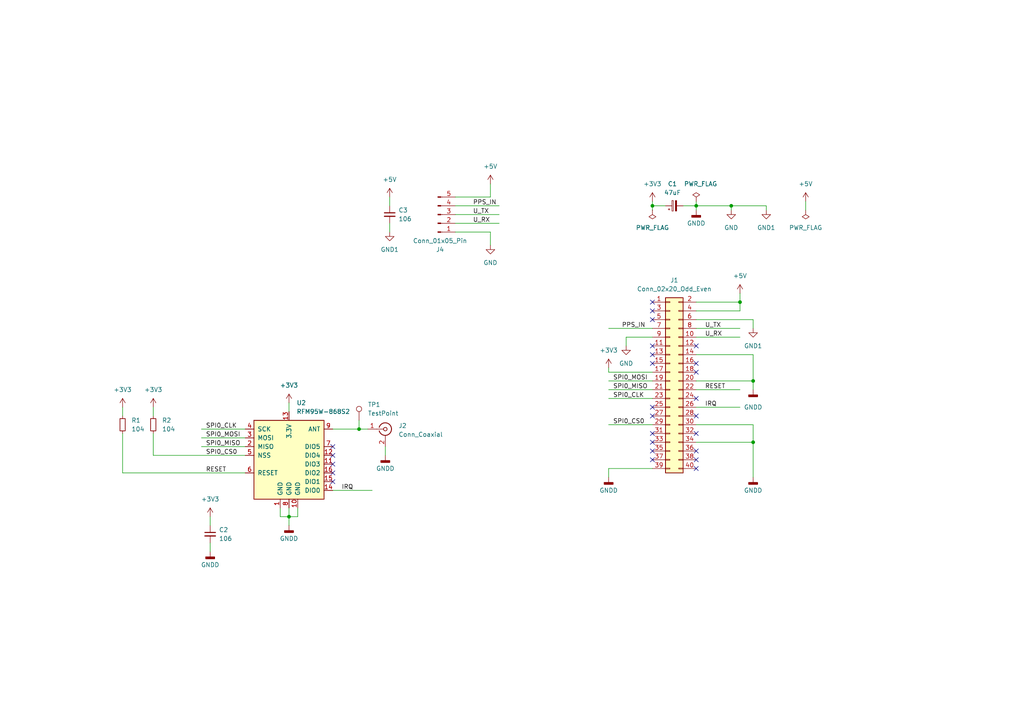
<source format=kicad_sch>
(kicad_sch (version 20230121) (generator eeschema)
  (paper "A4")
  (lib_symbols
    (symbol "+3V3_1" (power) (pin_names (offset 0))
      (property "Value" "+3V3_1" (at 0 3.556 0))
      (symbol "+3V3_1_0_1"
        (polyline (pts (xy -0.762 1.27) (xy 0 2.54)))
        (polyline (pts (xy 0 0) (xy 0 2.54)))
        (polyline (pts (xy 0 2.54) (xy 0.762 1.27)))
      )
      (symbol "+3V3_1_1_1"
        (pin power_in line (at 0 0 90) (length 0) hide (name "+3V3") (number "1"))
      )
    )
    (symbol "+3V3_2" (power) (pin_names (offset 0))
      (property "Value" "+3V3_2" (at 0 3.556 0))
      (symbol "+3V3_2_0_1"
        (polyline (pts (xy -0.762 1.27) (xy 0 2.54)))
        (polyline (pts (xy 0 0) (xy 0 2.54)))
        (polyline (pts (xy 0 2.54) (xy 0.762 1.27)))
      )
      (symbol "+3V3_2_1_1"
        (pin power_in line (at 0 0 90) (length 0) hide (name "+3V3") (number "1"))
      )
    )
    (symbol "+3V3_3" (power) (pin_names (offset 0))
      (property "Value" "+3V3_3" (at 0 3.556 0))
      (symbol "+3V3_3_0_1"
        (polyline (pts (xy -0.762 1.27) (xy 0 2.54)))
        (polyline (pts (xy 0 0) (xy 0 2.54)))
        (polyline (pts (xy 0 2.54) (xy 0.762 1.27)))
      )
      (symbol "+3V3_3_1_1"
        (pin power_in line (at 0 0 90) (length 0) hide (name "+3V3") (number "1"))
      )
    )
    (symbol "Connector:Conn_01x05_Pin" (pin_names (offset 1.016) hide)
      (property "Reference" "J" (at 0 7.62 0))
      (property "Value" "Conn_01x05_Pin" (at 0 -7.62 0))
      (symbol "Conn_01x05_Pin_1_1"
        (polyline (pts (xy 1.27 -5.08) (xy 0.8636 -5.08)) (stroke (width 0.1524)))
        (polyline (pts (xy 1.27 -2.54) (xy 0.8636 -2.54)) (stroke (width 0.1524)))
        (polyline (pts (xy 1.27 0) (xy 0.8636 0)) (stroke (width 0.1524)))
        (polyline (pts (xy 1.27 2.54) (xy 0.8636 2.54)) (stroke (width 0.1524)))
        (polyline (pts (xy 1.27 5.08) (xy 0.8636 5.08)) (stroke (width 0.1524)))
        (rectangle (start 0.8636 -4.953) (end 0 -5.207) (stroke (width 0.1524)) (fill (type outline)))
        (rectangle (start 0.8636 -2.413) (end 0 -2.667) (stroke (width 0.1524)) (fill (type outline)))
        (rectangle (start 0.8636 0.127) (end 0 -0.127) (stroke (width 0.1524)) (fill (type outline)))
        (rectangle (start 0.8636 2.667) (end 0 2.413) (stroke (width 0.1524)) (fill (type outline)))
        (rectangle (start 0.8636 5.207) (end 0 4.953) (stroke (width 0.1524)) (fill (type outline)))
        (pin passive line (at 5.08 5.08 180) (length 3.81) (name "Pin_1") (number "1"))
        (pin passive line (at 5.08 2.54 180) (length 3.81) (name "Pin_2") (number "2"))
        (pin passive line (at 5.08 0 180) (length 3.81) (name "Pin_3") (number "3"))
        (pin passive line (at 5.08 -2.54 180) (length 3.81) (name "Pin_4") (number "4"))
        (pin passive line (at 5.08 -5.08 180) (length 3.81) (name "Pin_5") (number "5"))
      )
    )
    (symbol "Connector:Conn_Coaxial" (pin_names (offset 1.016) hide)
      (property "Reference" "J" (at 0.254 3.048 0))
      (property "Value" "Conn_Coaxial" (at 2.921 0 90))
      (symbol "Conn_Coaxial_0_1"
        (arc (start -1.778 -0.508) (mid 0.2311 -1.8066) (end 1.778 0) (stroke (width 0.254)))
        (polyline (pts (xy -2.54 0) (xy -0.508 0)))
        (polyline (pts (xy 0 -2.54) (xy 0 -1.778)))
        (circle (center 0 0) (radius 0.508) (stroke (width 0.2032)))
        (arc (start 1.778 0) (mid 0.2099 1.8101) (end -1.778 0.508) (stroke (width 0.254)))
      )
      (symbol "Conn_Coaxial_1_1"
        (pin passive line (at -5.08 0 0) (length 2.54) (name "In") (number "1"))
        (pin passive line (at 0 -5.08 90) (length 2.54) (name "Ext") (number "2"))
      )
    )
    (symbol "Connector:TestPoint" (pin_numbers hide) (pin_names (offset 0.762) hide)
      (property "Reference" "TP" (at 0 6.858 0))
      (property "Value" "TestPoint" (at 0 5.08 0))
      (symbol "TestPoint_0_1"
        (circle (center 0 3.302) (radius 0.762))
      )
      (symbol "TestPoint_1_1"
        (pin passive line (at 0 0 90) (length 2.54) (name "1") (number "1"))
      )
    )
    (symbol "Connector_Generic:Conn_02x20_Odd_Even" (pin_names (offset 1.016) hide)
      (property "Reference" "J" (at 1.27 25.4 0))
      (property "Value" "Conn_02x20_Odd_Even" (at 1.27 -27.94 0))
      (symbol "Conn_02x20_Odd_Even_1_1"
        (rectangle (start -1.27 -25.273) (end 0 -25.527) (stroke (width 0.1524)))
        (rectangle (start -1.27 -22.733) (end 0 -22.987) (stroke (width 0.1524)))
        (rectangle (start -1.27 -20.193) (end 0 -20.447) (stroke (width 0.1524)))
        (rectangle (start -1.27 -17.653) (end 0 -17.907) (stroke (width 0.1524)))
        (rectangle (start -1.27 -15.113) (end 0 -15.367) (stroke (width 0.1524)))
        (rectangle (start -1.27 -12.573) (end 0 -12.827) (stroke (width 0.1524)))
        (rectangle (start -1.27 -10.033) (end 0 -10.287) (stroke (width 0.1524)))
        (rectangle (start -1.27 -7.493) (end 0 -7.747) (stroke (width 0.1524)))
        (rectangle (start -1.27 -4.953) (end 0 -5.207) (stroke (width 0.1524)))
        (rectangle (start -1.27 -2.413) (end 0 -2.667) (stroke (width 0.1524)))
        (rectangle (start -1.27 0.127) (end 0 -0.127) (stroke (width 0.1524)))
        (rectangle (start -1.27 2.667) (end 0 2.413) (stroke (width 0.1524)))
        (rectangle (start -1.27 5.207) (end 0 4.953) (stroke (width 0.1524)))
        (rectangle (start -1.27 7.747) (end 0 7.493) (stroke (width 0.1524)))
        (rectangle (start -1.27 10.287) (end 0 10.033) (stroke (width 0.1524)))
        (rectangle (start -1.27 12.827) (end 0 12.573) (stroke (width 0.1524)))
        (rectangle (start -1.27 15.367) (end 0 15.113) (stroke (width 0.1524)))
        (rectangle (start -1.27 17.907) (end 0 17.653) (stroke (width 0.1524)))
        (rectangle (start -1.27 20.447) (end 0 20.193) (stroke (width 0.1524)))
        (rectangle (start -1.27 22.987) (end 0 22.733) (stroke (width 0.1524)))
        (rectangle (start -1.27 24.13) (end 3.81 -26.67) (stroke (width 0.254)) (fill (type background)))
        (rectangle (start 3.81 -25.273) (end 2.54 -25.527) (stroke (width 0.1524)))
        (rectangle (start 3.81 -22.733) (end 2.54 -22.987) (stroke (width 0.1524)))
        (rectangle (start 3.81 -20.193) (end 2.54 -20.447) (stroke (width 0.1524)))
        (rectangle (start 3.81 -17.653) (end 2.54 -17.907) (stroke (width 0.1524)))
        (rectangle (start 3.81 -15.113) (end 2.54 -15.367) (stroke (width 0.1524)))
        (rectangle (start 3.81 -12.573) (end 2.54 -12.827) (stroke (width 0.1524)))
        (rectangle (start 3.81 -10.033) (end 2.54 -10.287) (stroke (width 0.1524)))
        (rectangle (start 3.81 -7.493) (end 2.54 -7.747) (stroke (width 0.1524)))
        (rectangle (start 3.81 -4.953) (end 2.54 -5.207) (stroke (width 0.1524)))
        (rectangle (start 3.81 -2.413) (end 2.54 -2.667) (stroke (width 0.1524)))
        (rectangle (start 3.81 0.127) (end 2.54 -0.127) (stroke (width 0.1524)))
        (rectangle (start 3.81 2.667) (end 2.54 2.413) (stroke (width 0.1524)))
        (rectangle (start 3.81 5.207) (end 2.54 4.953) (stroke (width 0.1524)))
        (rectangle (start 3.81 7.747) (end 2.54 7.493) (stroke (width 0.1524)))
        (rectangle (start 3.81 10.287) (end 2.54 10.033) (stroke (width 0.1524)))
        (rectangle (start 3.81 12.827) (end 2.54 12.573) (stroke (width 0.1524)))
        (rectangle (start 3.81 15.367) (end 2.54 15.113) (stroke (width 0.1524)))
        (rectangle (start 3.81 17.907) (end 2.54 17.653) (stroke (width 0.1524)))
        (rectangle (start 3.81 20.447) (end 2.54 20.193) (stroke (width 0.1524)))
        (rectangle (start 3.81 22.987) (end 2.54 22.733) (stroke (width 0.1524)))
        (pin passive line (at -5.08 22.86 0) (length 3.81) (name "Pin_1") (number "1"))
        (pin passive line (at 7.62 12.7 180) (length 3.81) (name "Pin_10") (number "10"))
        (pin passive line (at -5.08 10.16 0) (length 3.81) (name "Pin_11") (number "11"))
        (pin passive line (at 7.62 10.16 180) (length 3.81) (name "Pin_12") (number "12"))
        (pin passive line (at -5.08 7.62 0) (length 3.81) (name "Pin_13") (number "13"))
        (pin passive line (at 7.62 7.62 180) (length 3.81) (name "Pin_14") (number "14"))
        (pin passive line (at -5.08 5.08 0) (length 3.81) (name "Pin_15") (number "15"))
        (pin passive line (at 7.62 5.08 180) (length 3.81) (name "Pin_16") (number "16"))
        (pin passive line (at -5.08 2.54 0) (length 3.81) (name "Pin_17") (number "17"))
        (pin passive line (at 7.62 2.54 180) (length 3.81) (name "Pin_18") (number "18"))
        (pin passive line (at -5.08 0 0) (length 3.81) (name "Pin_19") (number "19"))
        (pin passive line (at 7.62 22.86 180) (length 3.81) (name "Pin_2") (number "2"))
        (pin passive line (at 7.62 0 180) (length 3.81) (name "Pin_20") (number "20"))
        (pin passive line (at -5.08 -2.54 0) (length 3.81) (name "Pin_21") (number "21"))
        (pin passive line (at 7.62 -2.54 180) (length 3.81) (name "Pin_22") (number "22"))
        (pin passive line (at -5.08 -5.08 0) (length 3.81) (name "Pin_23") (number "23"))
        (pin passive line (at 7.62 -5.08 180) (length 3.81) (name "Pin_24") (number "24"))
        (pin passive line (at -5.08 -7.62 0) (length 3.81) (name "Pin_25") (number "25"))
        (pin passive line (at 7.62 -7.62 180) (length 3.81) (name "Pin_26") (number "26"))
        (pin passive line (at -5.08 -10.16 0) (length 3.81) (name "Pin_27") (number "27"))
        (pin passive line (at 7.62 -10.16 180) (length 3.81) (name "Pin_28") (number "28"))
        (pin passive line (at -5.08 -12.7 0) (length 3.81) (name "Pin_29") (number "29"))
        (pin passive line (at -5.08 20.32 0) (length 3.81) (name "Pin_3") (number "3"))
        (pin passive line (at 7.62 -12.7 180) (length 3.81) (name "Pin_30") (number "30"))
        (pin passive line (at -5.08 -15.24 0) (length 3.81) (name "Pin_31") (number "31"))
        (pin passive line (at 7.62 -15.24 180) (length 3.81) (name "Pin_32") (number "32"))
        (pin passive line (at -5.08 -17.78 0) (length 3.81) (name "Pin_33") (number "33"))
        (pin passive line (at 7.62 -17.78 180) (length 3.81) (name "Pin_34") (number "34"))
        (pin passive line (at -5.08 -20.32 0) (length 3.81) (name "Pin_35") (number "35"))
        (pin passive line (at 7.62 -20.32 180) (length 3.81) (name "Pin_36") (number "36"))
        (pin passive line (at -5.08 -22.86 0) (length 3.81) (name "Pin_37") (number "37"))
        (pin passive line (at 7.62 -22.86 180) (length 3.81) (name "Pin_38") (number "38"))
        (pin passive line (at -5.08 -25.4 0) (length 3.81) (name "Pin_39") (number "39"))
        (pin passive line (at 7.62 20.32 180) (length 3.81) (name "Pin_4") (number "4"))
        (pin passive line (at 7.62 -25.4 180) (length 3.81) (name "Pin_40") (number "40"))
        (pin passive line (at -5.08 17.78 0) (length 3.81) (name "Pin_5") (number "5"))
        (pin passive line (at 7.62 17.78 180) (length 3.81) (name "Pin_6") (number "6"))
        (pin passive line (at -5.08 15.24 0) (length 3.81) (name "Pin_7") (number "7"))
        (pin passive line (at 7.62 15.24 180) (length 3.81) (name "Pin_8") (number "8"))
        (pin passive line (at -5.08 12.7 0) (length 3.81) (name "Pin_9") (number "9"))
      )
    )
    (symbol "Device:C_Polarized_Small" (pin_numbers hide) (pin_names (offset 0.254) hide)
      (property "Reference" "C" (at 0.254 1.778 0))
      (property "Value" "C_Polarized_Small" (at 0.254 -2.032 0))
      (symbol "C_Polarized_Small_0_1"
        (rectangle (start -1.524 -0.3048) (end 1.524 -0.6858) (fill (type outline)))
        (rectangle (start -1.524 0.6858) (end 1.524 0.3048))
        (polyline (pts (xy -1.27 1.524) (xy -0.762 1.524)))
        (polyline (pts (xy -1.016 1.27) (xy -1.016 1.778)))
      )
      (symbol "C_Polarized_Small_1_1"
        (pin passive line (at 0 2.54 270) (length 1.8542) (name "~") (number "1"))
        (pin passive line (at 0 -2.54 90) (length 1.8542) (name "~") (number "2"))
      )
    )
    (symbol "Device:C_Small" (pin_numbers hide) (pin_names (offset 0.254) hide)
      (property "Reference" "C" (at 0.254 1.778 0))
      (property "Value" "C_Small" (at 0.254 -2.032 0))
      (symbol "C_Small_0_1"
        (polyline (pts (xy -1.524 -0.508) (xy 1.524 -0.508)) (stroke (width 0.3302)))
        (polyline (pts (xy -1.524 0.508) (xy 1.524 0.508)) (stroke (width 0.3048)))
      )
      (symbol "C_Small_1_1"
        (pin passive line (at 0 2.54 270) (length 2.032) (name "~") (number "1"))
        (pin passive line (at 0 -2.54 90) (length 2.032) (name "~") (number "2"))
      )
    )
    (symbol "Device:R_Small" (pin_numbers hide) (pin_names (offset 0.254) hide)
      (property "Reference" "R" (at 0.762 0.508 0))
      (property "Value" "R_Small" (at 0.762 -1.016 0))
      (symbol "R_Small_0_1"
        (rectangle (start -0.762 1.778) (end 0.762 -1.778) (stroke (width 0.2032)))
      )
      (symbol "R_Small_1_1"
        (pin passive line (at 0 2.54 270) (length 0.762) (name "~") (number "1"))
        (pin passive line (at 0 -2.54 90) (length 0.762) (name "~") (number "2"))
      )
    )
    (symbol "GNDD_1" (power) (pin_names (offset 0))
      (property "Value" "GNDD_1" (at 0 -3.175 0))
      (symbol "GNDD_1_0_1"
        (rectangle (start -1.27 -1.524) (end 1.27 -2.032) (stroke (width 0.254)) (fill (type outline)))
        (polyline (pts (xy 0 0) (xy 0 -1.524)))
      )
      (symbol "GNDD_1_1_1"
        (pin power_in line (at 0 0 270) (length 0) hide (name "GNDD") (number "1"))
      )
    )
    (symbol "GNDD_2" (power) (pin_names (offset 0))
      (property "Value" "GNDD_2" (at 0 -3.175 0))
      (symbol "GNDD_2_0_1"
        (rectangle (start -1.27 -1.524) (end 1.27 -2.032) (stroke (width 0.254)) (fill (type outline)))
        (polyline (pts (xy 0 0) (xy 0 -1.524)))
      )
      (symbol "GNDD_2_1_1"
        (pin power_in line (at 0 0 270) (length 0) hide (name "GNDD") (number "1"))
      )
    )
    (symbol "GNDD_3" (power) (pin_names (offset 0))
      (property "Value" "GNDD_3" (at 0 -3.175 0))
      (symbol "GNDD_3_0_1"
        (rectangle (start -1.27 -1.524) (end 1.27 -2.032) (stroke (width 0.254)) (fill (type outline)))
        (polyline (pts (xy 0 0) (xy 0 -1.524)))
      )
      (symbol "GNDD_3_1_1"
        (pin power_in line (at 0 0 270) (length 0) hide (name "GNDD") (number "1"))
      )
    )
    (symbol "GNDD_4" (power) (pin_names (offset 0))
      (property "Value" "GNDD_4" (at 0 -3.175 0))
      (symbol "GNDD_4_0_1"
        (rectangle (start -1.27 -1.524) (end 1.27 -2.032) (stroke (width 0.254)) (fill (type outline)))
        (polyline (pts (xy 0 0) (xy 0 -1.524)))
      )
      (symbol "GNDD_4_1_1"
        (pin power_in line (at 0 0 270) (length 0) hide (name "GNDD") (number "1"))
      )
    )
    (symbol "GND_1" (power) (pin_names (offset 0))
      (property "Value" "GND_1" (at 0 -3.81 0))
      (symbol "GND_1_0_1"
        (polyline (pts (xy 0 0) (xy 0 -1.27) (xy 1.27 -1.27) (xy 0 -2.54) (xy -1.27 -1.27) (xy 0 -1.27)))
      )
      (symbol "GND_1_1_1"
        (pin power_in line (at 0 0 270) (length 0) hide (name "GND") (number "1"))
      )
    )
    (symbol "GND_3" (power) (pin_names (offset 0))
      (property "Value" "GND_3" (at 0 -3.81 0))
      (symbol "GND_3_0_1"
        (polyline (pts (xy 0 0) (xy 0 -1.27) (xy 1.27 -1.27) (xy 0 -2.54) (xy -1.27 -1.27) (xy 0 -1.27)))
      )
      (symbol "GND_3_1_1"
        (pin power_in line (at 0 0 270) (length 0) hide (name "GND") (number "1"))
      )
    )
    (symbol "PWR_FLAG_1" (power) (pin_numbers hide) (pin_names (offset 0) hide)
      (property "Value" "PWR_FLAG_1" (at 0 3.81 0))
      (symbol "PWR_FLAG_1_0_0"
        (pin power_out line (at 0 0 90) (length 0) (name "pwr") (number "1"))
      )
      (symbol "PWR_FLAG_1_0_1"
        (polyline (pts (xy 0 0) (xy 0 1.27) (xy -1.016 1.905) (xy 0 2.54) (xy 1.016 1.905) (xy 0 1.27)))
      )
    )
    (symbol "PWR_FLAG_3" (power) (pin_numbers hide) (pin_names (offset 0) hide)
      (property "Value" "PWR_FLAG_3" (at 0 3.81 0))
      (symbol "PWR_FLAG_3_0_0"
        (pin power_out line (at 0 0 90) (length 0) (name "pwr") (number "1"))
      )
      (symbol "PWR_FLAG_3_0_1"
        (polyline (pts (xy 0 0) (xy 0 1.27) (xy -1.016 1.905) (xy 0 2.54) (xy 1.016 1.905) (xy 0 1.27)))
      )
    )
    (symbol "RF_Module:RFM95W-868S2" (pin_names (offset 1.016))
      (property "Reference" "U" (at -10.414 11.684 0))
      (property "Value" "RFM95W-868S2" (at 1.524 11.43 0))
      (symbol "RFM95W-868S2_0_1"
        (rectangle (start -10.16 10.16) (end 10.16 -12.7) (stroke (width 0.254)) (fill (type background)))
      )
      (symbol "RFM95W-868S2_1_1"
        (pin power_in line (at -2.54 -15.24 90) (length 2.54) (name "GND") (number "1"))
        (pin power_in line (at 2.54 -15.24 90) (length 2.54) (name "GND") (number "10"))
        (pin bidirectional line (at 12.7 -2.54 180) (length 2.54) (name "DIO3") (number "11"))
        (pin bidirectional line (at 12.7 0 180) (length 2.54) (name "DIO4") (number "12"))
        (pin power_in line (at 0 12.7 270) (length 2.54) (name "3.3V") (number "13"))
        (pin bidirectional line (at 12.7 -10.16 180) (length 2.54) (name "DIO0") (number "14"))
        (pin bidirectional line (at 12.7 -7.62 180) (length 2.54) (name "DIO1") (number "15"))
        (pin bidirectional line (at 12.7 -5.08 180) (length 2.54) (name "DIO2") (number "16"))
        (pin output line (at -12.7 2.54 0) (length 2.54) (name "MISO") (number "2"))
        (pin input line (at -12.7 5.08 0) (length 2.54) (name "MOSI") (number "3"))
        (pin input line (at -12.7 7.62 0) (length 2.54) (name "SCK") (number "4"))
        (pin input line (at -12.7 0 0) (length 2.54) (name "NSS") (number "5"))
        (pin bidirectional line (at -12.7 -5.08 0) (length 2.54) (name "RESET") (number "6"))
        (pin bidirectional line (at 12.7 2.54 180) (length 2.54) (name "DIO5") (number "7"))
        (pin power_in line (at 0 -15.24 90) (length 2.54) (name "GND") (number "8"))
        (pin bidirectional line (at 12.7 7.62 180) (length 2.54) (name "ANT") (number "9"))
      )
    )
    (symbol "power:+3V3" (power) (pin_names (offset 0))
      (property "Value" "+3V3" (at 0 3.556 0))
      (symbol "+3V3_0_1"
        (polyline (pts (xy -0.762 1.27) (xy 0 2.54)))
        (polyline (pts (xy 0 0) (xy 0 2.54)))
        (polyline (pts (xy 0 2.54) (xy 0.762 1.27)))
      )
      (symbol "+3V3_1_1"
        (pin power_in line (at 0 0 90) (length 0) hide (name "+3V3") (number "1"))
      )
    )
    (symbol "power:+5V" (power) (pin_names (offset 0))
      (property "Value" "+5V" (at 0 3.556 0))
      (symbol "+5V_0_1"
        (polyline (pts (xy -0.762 1.27) (xy 0 2.54)))
        (polyline (pts (xy 0 0) (xy 0 2.54)))
        (polyline (pts (xy 0 2.54) (xy 0.762 1.27)))
      )
      (symbol "+5V_1_1"
        (pin power_in line (at 0 0 90) (length 0) hide (name "+5V") (number "1"))
      )
    )
    (symbol "power:GND" (power) (pin_names (offset 0))
      (property "Value" "GND" (at 0 -3.81 0))
      (symbol "GND_0_1"
        (polyline (pts (xy 0 0) (xy 0 -1.27) (xy 1.27 -1.27) (xy 0 -2.54) (xy -1.27 -1.27) (xy 0 -1.27)))
      )
      (symbol "GND_1_1"
        (pin power_in line (at 0 0 270) (length 0) hide (name "GND") (number "1"))
      )
    )
    (symbol "power:GND1" (power) (pin_names (offset 0))
      (property "Value" "GND1" (at 0 -3.81 0))
      (symbol "GND1_0_1"
        (polyline (pts (xy 0 0) (xy 0 -1.27) (xy 1.27 -1.27) (xy 0 -2.54) (xy -1.27 -1.27) (xy 0 -1.27)))
      )
      (symbol "GND1_1_1"
        (pin power_in line (at 0 0 270) (length 0) hide (name "GND1") (number "1"))
      )
    )
    (symbol "power:GNDD" (power) (pin_names (offset 0))
      (property "Value" "GNDD" (at 0 -3.175 0))
      (symbol "GNDD_0_1"
        (rectangle (start -1.27 -1.524) (end 1.27 -2.032) (stroke (width 0.254)) (fill (type outline)))
        (polyline (pts (xy 0 0) (xy 0 -1.524)))
      )
      (symbol "GNDD_1_1"
        (pin power_in line (at 0 0 270) (length 0) hide (name "GNDD") (number "1"))
      )
    )
    (symbol "power:PWR_FLAG" (power) (pin_numbers hide) (pin_names (offset 0) hide)
      (property "Value" "PWR_FLAG" (at 0 3.81 0))
      (symbol "PWR_FLAG_0_0"
        (pin power_out line (at 0 0 90) (length 0) (name "pwr") (number "1"))
      )
      (symbol "PWR_FLAG_0_1"
        (polyline (pts (xy 0 0) (xy 0 1.27) (xy -1.016 1.905) (xy 0 2.54) (xy 1.016 1.905) (xy 0 1.27)))
      )
    )
  )
  (junction (at 212.09 59.69))
  (junction (at 189.23 59.69))
  (junction (at 83.82 149.86))
  (junction (at 201.93 59.69))
  (junction (at 214.63 87.63))
  (junction (at 104.14 124.46))
  (junction (at 218.44 110.49))
  (junction (at 218.44 128.27))
  (no_connect (at 96.52 134.62))
  (no_connect (at 201.93 130.81))
  (no_connect (at 189.23 133.35))
  (no_connect (at 201.93 133.35))
  (no_connect (at 189.23 125.73))
  (no_connect (at 189.23 120.65))
  (no_connect (at 189.23 128.27))
  (no_connect (at 189.23 130.81))
  (no_connect (at 201.93 125.73))
  (no_connect (at 201.93 120.65))
  (no_connect (at 189.23 105.41))
  (no_connect (at 201.93 107.95))
  (no_connect (at 201.93 105.41))
  (no_connect (at 201.93 100.33))
  (no_connect (at 189.23 92.71))
  (no_connect (at 189.23 100.33))
  (no_connect (at 189.23 102.87))
  (no_connect (at 189.23 87.63))
  (no_connect (at 189.23 90.17))
  (no_connect (at 96.52 132.08))
  (no_connect (at 201.93 135.89))
  (no_connect (at 201.93 115.57))
  (no_connect (at 96.52 139.7))
  (no_connect (at 96.52 129.54))
  (no_connect (at 189.23 118.11))
  (no_connect (at 96.52 137.16))
  (wire (pts (xy 201.93 102.87) (xy 218.44 102.87)))
  (wire (pts (xy 81.28 149.86) (xy 81.28 147.32)))
  (wire (pts (xy 201.93 123.19) (xy 218.44 123.19)))
  (wire (pts (xy 104.14 121.92) (xy 104.14 124.46)))
  (wire (pts (xy 142.24 67.31) (xy 142.24 71.12)))
  (wire (pts (xy 176.53 110.49) (xy 189.23 110.49)))
  (wire (pts (xy 111.76 129.54) (xy 111.76 132.08)))
  (wire (pts (xy 214.63 85.09) (xy 214.63 87.63)))
  (wire (pts (xy 212.09 59.69) (xy 222.25 59.69)))
  (wire (pts (xy 189.23 59.69) (xy 189.23 60.96)))
  (wire (pts (xy 58.42 124.46) (xy 71.12 124.46)))
  (wire (pts (xy 176.53 123.19) (xy 189.23 123.19)))
  (wire (pts (xy 214.63 87.63) (xy 214.63 90.17)))
  (wire (pts (xy 113.03 57.15) (xy 113.03 59.69)))
  (wire (pts (xy 35.56 137.16) (xy 35.56 125.73)))
  (wire (pts (xy 201.93 110.49) (xy 218.44 110.49)))
  (wire (pts (xy 96.52 142.24) (xy 107.95 142.24)))
  (wire (pts (xy 132.08 64.77) (xy 144.78 64.77)))
  (wire (pts (xy 60.96 157.48) (xy 60.96 160.02)))
  (wire (pts (xy 201.93 113.03) (xy 214.63 113.03)))
  (wire (pts (xy 44.45 118.11) (xy 44.45 120.65)))
  (wire (pts (xy 132.08 62.23) (xy 144.78 62.23)))
  (wire (pts (xy 201.93 59.69) (xy 201.93 60.96)))
  (wire (pts (xy 86.36 149.86) (xy 83.82 149.86)))
  (wire (pts (xy 83.82 149.86) (xy 83.82 152.4)))
  (wire (pts (xy 35.56 137.16) (xy 71.12 137.16)))
  (wire (pts (xy 218.44 92.71) (xy 201.93 92.71)))
  (wire (pts (xy 201.93 128.27) (xy 218.44 128.27)))
  (wire (pts (xy 132.08 57.15) (xy 142.24 57.15)))
  (wire (pts (xy 181.61 100.33) (xy 181.61 97.79)))
  (wire (pts (xy 176.53 135.89) (xy 189.23 135.89)))
  (wire (pts (xy 83.82 149.86) (xy 81.28 149.86)))
  (wire (pts (xy 96.52 124.46) (xy 104.14 124.46)))
  (wire (pts (xy 44.45 125.73) (xy 44.45 132.08)))
  (wire (pts (xy 132.08 59.69) (xy 144.78 59.69)))
  (wire (pts (xy 189.23 58.42) (xy 189.23 59.69)))
  (wire (pts (xy 83.82 116.84) (xy 83.82 119.38)))
  (wire (pts (xy 58.42 129.54) (xy 71.12 129.54)))
  (wire (pts (xy 201.93 59.69) (xy 212.09 59.69)))
  (wire (pts (xy 201.93 90.17) (xy 214.63 90.17)))
  (wire (pts (xy 201.93 97.79) (xy 214.63 97.79)))
  (wire (pts (xy 176.53 107.95) (xy 189.23 107.95)))
  (wire (pts (xy 35.56 118.11) (xy 35.56 120.65)))
  (wire (pts (xy 233.68 58.42) (xy 233.68 60.96)))
  (wire (pts (xy 176.53 115.57) (xy 189.23 115.57)))
  (wire (pts (xy 113.03 64.77) (xy 113.03 67.31)))
  (wire (pts (xy 142.24 57.15) (xy 142.24 53.34)))
  (wire (pts (xy 181.61 97.79) (xy 189.23 97.79)))
  (wire (pts (xy 58.42 127) (xy 71.12 127)))
  (wire (pts (xy 104.14 124.46) (xy 106.68 124.46)))
  (wire (pts (xy 218.44 123.19) (xy 218.44 128.27)))
  (wire (pts (xy 201.93 118.11) (xy 214.63 118.11)))
  (wire (pts (xy 86.36 147.32) (xy 86.36 149.86)))
  (wire (pts (xy 176.53 113.03) (xy 189.23 113.03)))
  (wire (pts (xy 44.45 132.08) (xy 71.12 132.08)))
  (wire (pts (xy 176.53 95.25) (xy 189.23 95.25)))
  (wire (pts (xy 176.53 138.43) (xy 176.53 135.89)))
  (wire (pts (xy 218.44 128.27) (xy 218.44 138.43)))
  (wire (pts (xy 198.12 59.69) (xy 201.93 59.69)))
  (wire (pts (xy 222.25 59.69) (xy 222.25 60.96)))
  (wire (pts (xy 201.93 95.25) (xy 214.63 95.25)))
  (wire (pts (xy 218.44 102.87) (xy 218.44 110.49)))
  (wire (pts (xy 218.44 92.71) (xy 218.44 95.25)))
  (wire (pts (xy 60.96 149.86) (xy 60.96 152.4)))
  (wire (pts (xy 218.44 110.49) (xy 218.44 113.03)))
  (wire (pts (xy 201.93 87.63) (xy 214.63 87.63)))
  (wire (pts (xy 83.82 147.32) (xy 83.82 149.86)))
  (wire (pts (xy 201.93 58.42) (xy 201.93 59.69)))
  (wire (pts (xy 189.23 59.69) (xy 193.04 59.69)))
  (wire (pts (xy 132.08 67.31) (xy 142.24 67.31)))
  (wire (pts (xy 212.09 59.69) (xy 212.09 60.96)))
  (wire (pts (xy 176.53 106.68) (xy 176.53 107.95)))
  (label "SPI0_MISO" (at 59.69 129.54 0))
  (label "U_RX" (at 137.16 64.77 0))
  (label "SPI0_CS0" (at 177.8 123.19 0))
  (label "U_TX" (at 204.47 95.25 0))
  (label "U_RX" (at 204.47 97.79 0))
  (label "SPI0_CLK" (at 177.8 115.57 0))
  (label "IRQ" (at 99.06 142.24 0))
  (label "SPI0_MOSI" (at 59.69 127 0))
  (label "IRQ" (at 204.47 118.11 0))
  (label "U_TX" (at 137.16 62.23 0))
  (label "PPS_IN" (at 180.34 95.25 0))
  (label "SPI0_MOSI" (at 177.8 110.49 0))
  (label "SPI0_CLK" (at 59.69 124.46 0))
  (label "SPI0_MISO" (at 177.8 113.03 0))
  (label "PPS_IN" (at 137.16 59.69 0))
  (label "RESET" (at 204.47 113.03 0))
  (label "SPI0_CS0" (at 59.69 132.08 0))
  (label "RESET" (at 59.69 137.16 0))
  (symbol (lib_id "Device:C_Small") (at 60.96 154.94 0) (unit 1)
    (property "Reference" "C2" (at 63.5 153.6763 0) (effects (justify left)))
    (property "Value" "106" (at 63.5 156.2163 0) (effects (justify left)))
    (property "Footprint" "Capacitor_SMD:C_1206_3216Metric" (effects hide))
  )
  (symbol (lib_name "+3V3_3") (lib_id "power:+3V3") (at 176.53 106.68 0) (unit 1)
    (property "Reference" "#PWR04" (effects hide))
    (property "Value" "+3V3" (at 176.53 101.6 0))
  )
  (symbol (lib_id "power:GNDD") (at 218.44 138.43 0) (unit 1)
    (property "Reference" "#PWR021" (effects hide))
    (property "Value" "GNDD" (at 218.44 142.24 0))
  )
  (symbol (lib_name "+3V3_2") (lib_id "power:+3V3") (at 60.96 149.86 0) (unit 1)
    (property "Reference" "#PWR012" (effects hide))
    (property "Value" "+3V3" (at 60.96 144.78 0))
  )
  (symbol (lib_id "Device:R_Small") (at 35.56 123.19 0) (unit 1)
    (property "Reference" "R1" (at 38.1 121.92 0) (effects (justify left)))
    (property "Value" "104" (at 38.1 124.46 0) (effects (justify left)))
    (property "Footprint" "Resistor_SMD:R_0603_1608Metric" (effects hide))
  )
  (symbol (lib_name "PWR_FLAG_1") (lib_id "power:PWR_FLAG") (at 233.68 60.96 180) (unit 1)
    (property "Reference" "#FLG03" (effects hide))
    (property "Value" "PWR_FLAG" (at 233.68 66.04 0))
  )
  (symbol (lib_id "Device:C_Small") (at 113.03 62.23 0) (unit 1)
    (property "Reference" "C3" (at 115.57 60.9663 0) (effects (justify left)))
    (property "Value" "106" (at 115.57 63.5063 0) (effects (justify left)))
    (property "Footprint" "Capacitor_SMD:C_1206_3216Metric" (effects hide))
  )
  (symbol (lib_id "Device:R_Small") (at 44.45 123.19 0) (unit 1)
    (property "Reference" "R2" (at 46.99 121.92 0) (effects (justify left)))
    (property "Value" "104" (at 46.99 124.46 0) (effects (justify left)))
    (property "Footprint" "Resistor_SMD:R_0603_1608Metric" (effects hide))
  )
  (symbol (lib_name "GNDD_3") (lib_id "power:GNDD") (at 60.96 160.02 0) (unit 1)
    (property "Reference" "#PWR013" (effects hide))
    (property "Value" "GNDD" (at 60.96 163.83 0))
  )
  (symbol (lib_id "Connector:Conn_01x05_Pin") (at 127 62.23 0) (mirror x) (unit 1)
    (property "Reference" "J4" (at 127.635 72.39 0))
    (property "Value" "Conn_01x05_Pin" (at 127.635 69.85 0))
    (property "Footprint" "Connector_PinHeader_2.54mm:PinHeader_1x05_P2.54mm_Horizontal" (effects hide))
  )
  (symbol (lib_name "GNDD_1") (lib_id "power:GNDD") (at 111.76 132.08 0) (unit 1)
    (property "Reference" "#PWR08" (effects hide))
    (property "Value" "GNDD" (at 111.76 135.89 0))
  )
  (symbol (lib_name "GNDD_2") (lib_id "power:GNDD") (at 83.82 152.4 0) (unit 1)
    (property "Reference" "#PWR09" (effects hide))
    (property "Value" "GNDD" (at 83.82 156.21 0))
  )
  (symbol (lib_id "power:+5V") (at 214.63 85.09 0) (unit 1)
    (property "Reference" "#PWR03" (effects hide))
    (property "Value" "+5V" (at 214.63 80.01 0))
  )
  (symbol (lib_name "GNDD_4") (lib_id "power:GNDD") (at 218.44 113.03 0) (unit 1)
    (property "Reference" "#PWR0101" (effects hide))
    (property "Value" "GNDD" (at 218.44 118.11 0))
  )
  (symbol (lib_id "power:GND1") (at 113.03 67.31 0) (unit 1)
    (property "Reference" "#PWR014" (effects hide))
    (property "Value" "GND1" (at 113.03 72.39 0))
  )
  (symbol (lib_id "power:PWR_FLAG") (at 189.23 60.96 180) (unit 1)
    (property "Reference" "#FLG01" (effects hide))
    (property "Value" "PWR_FLAG" (at 189.23 66.04 0))
  )
  (symbol (lib_id "Connector:TestPoint") (at 104.14 121.92 0) (unit 1)
    (property "Reference" "TP1" (at 106.68 117.348 0) (effects (justify left)))
    (property "Value" "TestPoint" (at 106.68 119.888 0) (effects (justify left)))
    (property "Footprint" "TestPoint:TestPoint_THTPad_2.0x2.0mm_Drill1.0mm" (effects hide))
  )
  (symbol (lib_id "power:GNDD") (at 201.93 60.96 0) (unit 1)
    (property "Reference" "#PWR07" (effects hide))
    (property "Value" "GNDD" (at 201.93 64.77 0))
  )
  (symbol (lib_id "power:+5V") (at 233.68 58.42 0) (unit 1)
    (property "Reference" "#PWR011" (effects hide))
    (property "Value" "+5V" (at 233.68 53.34 0))
  )
  (symbol (lib_id "power:+5V") (at 142.24 53.34 0) (unit 1)
    (property "Reference" "#PWR02" (effects hide))
    (property "Value" "+5V" (at 142.24 48.26 0))
  )
  (symbol (lib_id "power:+5V") (at 113.03 57.15 0) (unit 1)
    (property "Reference" "#PWR015" (effects hide))
    (property "Value" "+5V" (at 113.03 52.07 0))
  )
  (symbol (lib_name "GND_1") (lib_id "power:GND") (at 142.24 71.12 0) (unit 1)
    (property "Reference" "#PWR01" (effects hide))
    (property "Value" "GND" (at 142.24 76.2 0))
  )
  (symbol (lib_id "power:+3V3") (at 189.23 58.42 0) (unit 1)
    (property "Reference" "#PWR06" (effects hide))
    (property "Value" "+3V3" (at 189.23 53.34 0))
  )
  (symbol (lib_name "+3V3_1") (lib_id "power:+3V3") (at 83.82 116.84 0) (unit 1)
    (property "Reference" "#PWR010" (effects hide))
    (property "Value" "+3V3" (at 83.82 111.76 0))
  )
  (symbol (lib_id "power:+3V3") (at 44.45 118.11 0) (unit 1)
    (property "Reference" "#PWR016" (effects hide))
    (property "Value" "+3V3" (at 44.45 113.03 0))
  )
  (symbol (lib_id "RF_Module:RFM95W-868S2") (at 83.82 132.08 0) (unit 1)
    (property "Reference" "U2" (at 86.0141 116.84 0) (effects (justify left)))
    (property "Value" "RFM95W-868S2" (at 86.0141 119.38 0) (effects (justify left)))
    (property "Footprint" "RF_Module:HOPERF_RFM9XW_SMD" (effects hide))
    (property "Datasheet" "https://www.hoperf.com/data/upload/portal/20181127/5bfcbea20e9ef.pdf" (effects hide))
  )
  (symbol (lib_id "power:GNDD") (at 176.53 138.43 0) (unit 1)
    (property "Reference" "#PWR022" (effects hide))
    (property "Value" "GNDD" (at 176.53 142.24 0))
  )
  (symbol (lib_id "Connector:Conn_Coaxial") (at 111.76 124.46 0) (unit 1)
    (property "Reference" "J2" (at 115.57 123.4832 0) (effects (justify left)))
    (property "Value" "Conn_Coaxial" (at 115.57 126.0232 0) (effects (justify left)))
    (property "Footprint" "Connector_Coaxial:SMA_Samtec_SMA-J-P-X-ST-EM1_EdgeMount" (effects hide))
    (property "Datasheet" " ~" (effects hide))
  )
  (symbol (lib_name "PWR_FLAG_3") (lib_id "power:PWR_FLAG") (at 201.93 58.42 0) (unit 1)
    (property "Reference" "#FLG02" (effects hide))
    (property "Value" "PWR_FLAG" (at 203.2 53.34 0))
  )
  (symbol (lib_name "GND_3") (lib_id "power:GND") (at 181.61 100.33 0) (unit 1)
    (property "Reference" "#PWR05" (effects hide))
    (property "Value" "GND" (at 181.61 105.41 0))
  )
  (symbol (lib_id "Connector_Generic:Conn_02x20_Odd_Even") (at 194.31 110.49 0) (unit 1)
    (property "Reference" "J1" (at 195.58 81.28 0))
    (property "Value" "Conn_02x20_Odd_Even" (at 195.58 83.82 0))
    (property "Footprint" "Connector_PinSocket_2.54mm:PinSocket_2x20_P2.54mm_Vertical" (effects hide))
  )
  (symbol (lib_id "power:GND") (at 212.09 60.96 0) (unit 1)
    (property "Reference" "#PWR018" (effects hide))
    (property "Value" "GND" (at 212.09 66.04 0))
  )
  (symbol (lib_id "power:GND1") (at 218.44 95.25 0) (unit 1)
    (property "Reference" "#PWR019" (effects hide))
    (property "Value" "GND1" (at 218.44 100.33 0))
  )
  (symbol (lib_id "power:+3V3") (at 35.56 118.11 0) (unit 1)
    (property "Reference" "#PWR017" (effects hide))
    (property "Value" "+3V3" (at 35.56 113.03 0))
  )
  (symbol (lib_id "power:GND1") (at 222.25 60.96 0) (unit 1)
    (property "Reference" "#PWR020" (effects hide))
    (property "Value" "GND1" (at 222.25 66.04 0))
  )
  (symbol (lib_id "Device:C_Polarized_Small") (at 195.58 59.69 90) (unit 1)
    (property "Reference" "C1" (at 195.0339 53.34 90))
    (property "Value" "47uF" (at 195.0339 55.88 90))
    (property "Footprint" "Capacitor_THT:CP_Radial_D7.5mm_P2.50mm" (effects hide))
  )
)
</source>
